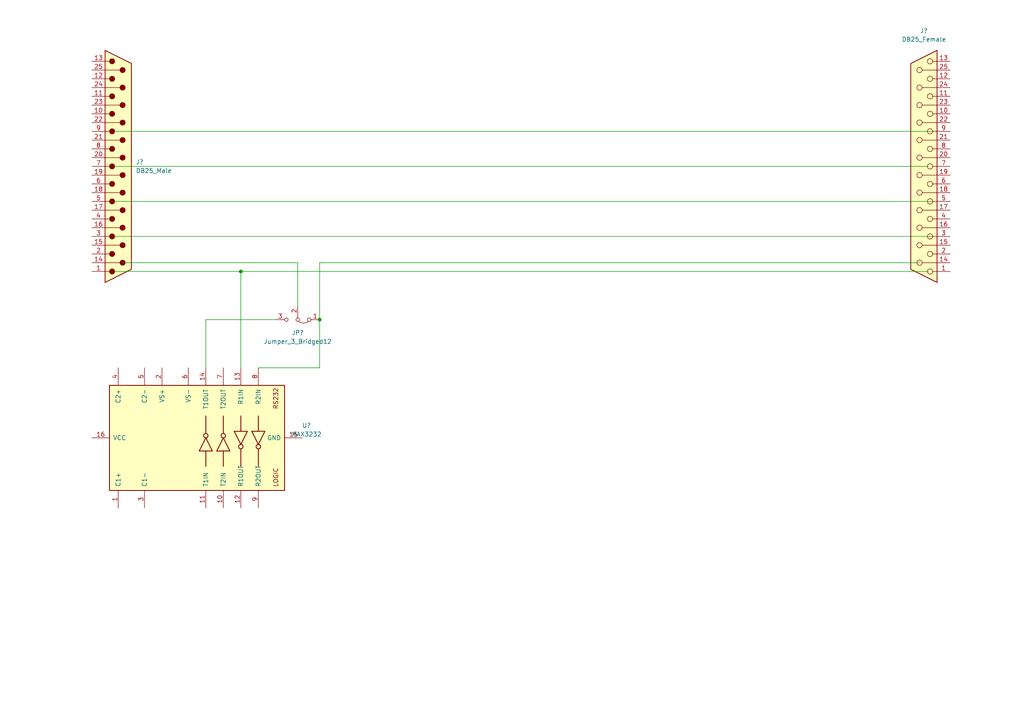
<source format=kicad_sch>
(kicad_sch (version 20211123) (generator eeschema)

  (uuid 1b102a3f-2712-4c38-8381-2cdc1c42bb71)

  (paper "A4")

  (lib_symbols
    (symbol "Connector:DB25_Female" (pin_names (offset 1.016) hide) (in_bom yes) (on_board yes)
      (property "Reference" "J" (id 0) (at 0 34.29 0)
        (effects (font (size 1.27 1.27)))
      )
      (property "Value" "DB25_Female" (id 1) (at 0 -34.925 0)
        (effects (font (size 1.27 1.27)))
      )
      (property "Footprint" "" (id 2) (at 0 0 0)
        (effects (font (size 1.27 1.27)) hide)
      )
      (property "Datasheet" " ~" (id 3) (at 0 0 0)
        (effects (font (size 1.27 1.27)) hide)
      )
      (property "ki_keywords" "female D-SUB connector" (id 4) (at 0 0 0)
        (effects (font (size 1.27 1.27)) hide)
      )
      (property "ki_description" "25-pin female D-SUB connector" (id 5) (at 0 0 0)
        (effects (font (size 1.27 1.27)) hide)
      )
      (property "ki_fp_filters" "DSUB*Female*" (id 6) (at 0 0 0)
        (effects (font (size 1.27 1.27)) hide)
      )
      (symbol "DB25_Female_0_1"
        (circle (center -1.778 -30.48) (radius 0.762)
          (stroke (width 0) (type default) (color 0 0 0 0))
          (fill (type none))
        )
        (circle (center -1.778 -25.4) (radius 0.762)
          (stroke (width 0) (type default) (color 0 0 0 0))
          (fill (type none))
        )
        (circle (center -1.778 -20.32) (radius 0.762)
          (stroke (width 0) (type default) (color 0 0 0 0))
          (fill (type none))
        )
        (circle (center -1.778 -15.24) (radius 0.762)
          (stroke (width 0) (type default) (color 0 0 0 0))
          (fill (type none))
        )
        (circle (center -1.778 -10.16) (radius 0.762)
          (stroke (width 0) (type default) (color 0 0 0 0))
          (fill (type none))
        )
        (circle (center -1.778 -5.08) (radius 0.762)
          (stroke (width 0) (type default) (color 0 0 0 0))
          (fill (type none))
        )
        (circle (center -1.778 0) (radius 0.762)
          (stroke (width 0) (type default) (color 0 0 0 0))
          (fill (type none))
        )
        (circle (center -1.778 5.08) (radius 0.762)
          (stroke (width 0) (type default) (color 0 0 0 0))
          (fill (type none))
        )
        (circle (center -1.778 10.16) (radius 0.762)
          (stroke (width 0) (type default) (color 0 0 0 0))
          (fill (type none))
        )
        (circle (center -1.778 15.24) (radius 0.762)
          (stroke (width 0) (type default) (color 0 0 0 0))
          (fill (type none))
        )
        (circle (center -1.778 20.32) (radius 0.762)
          (stroke (width 0) (type default) (color 0 0 0 0))
          (fill (type none))
        )
        (circle (center -1.778 25.4) (radius 0.762)
          (stroke (width 0) (type default) (color 0 0 0 0))
          (fill (type none))
        )
        (circle (center -1.778 30.48) (radius 0.762)
          (stroke (width 0) (type default) (color 0 0 0 0))
          (fill (type none))
        )
        (polyline
          (pts
            (xy -3.81 -30.48)
            (xy -2.54 -30.48)
          )
          (stroke (width 0) (type default) (color 0 0 0 0))
          (fill (type none))
        )
        (polyline
          (pts
            (xy -3.81 -27.94)
            (xy 0.508 -27.94)
          )
          (stroke (width 0) (type default) (color 0 0 0 0))
          (fill (type none))
        )
        (polyline
          (pts
            (xy -3.81 -25.4)
            (xy -2.54 -25.4)
          )
          (stroke (width 0) (type default) (color 0 0 0 0))
          (fill (type none))
        )
        (polyline
          (pts
            (xy -3.81 -22.86)
            (xy 0.508 -22.86)
          )
          (stroke (width 0) (type default) (color 0 0 0 0))
          (fill (type none))
        )
        (polyline
          (pts
            (xy -3.81 -20.32)
            (xy -2.54 -20.32)
          )
          (stroke (width 0) (type default) (color 0 0 0 0))
          (fill (type none))
        )
        (polyline
          (pts
            (xy -3.81 -17.78)
            (xy 0.508 -17.78)
          )
          (stroke (width 0) (type default) (color 0 0 0 0))
          (fill (type none))
        )
        (polyline
          (pts
            (xy -3.81 -15.24)
            (xy -2.54 -15.24)
          )
          (stroke (width 0) (type default) (color 0 0 0 0))
          (fill (type none))
        )
        (polyline
          (pts
            (xy -3.81 -12.7)
            (xy 0.508 -12.7)
          )
          (stroke (width 0) (type default) (color 0 0 0 0))
          (fill (type none))
        )
        (polyline
          (pts
            (xy -3.81 -10.16)
            (xy -2.54 -10.16)
          )
          (stroke (width 0) (type default) (color 0 0 0 0))
          (fill (type none))
        )
        (polyline
          (pts
            (xy -3.81 -7.62)
            (xy 0.508 -7.62)
          )
          (stroke (width 0) (type default) (color 0 0 0 0))
          (fill (type none))
        )
        (polyline
          (pts
            (xy -3.81 -5.08)
            (xy -2.54 -5.08)
          )
          (stroke (width 0) (type default) (color 0 0 0 0))
          (fill (type none))
        )
        (polyline
          (pts
            (xy -3.81 -2.54)
            (xy 0.508 -2.54)
          )
          (stroke (width 0) (type default) (color 0 0 0 0))
          (fill (type none))
        )
        (polyline
          (pts
            (xy -3.81 0)
            (xy -2.54 0)
          )
          (stroke (width 0) (type default) (color 0 0 0 0))
          (fill (type none))
        )
        (polyline
          (pts
            (xy -3.81 2.54)
            (xy 0.508 2.54)
          )
          (stroke (width 0) (type default) (color 0 0 0 0))
          (fill (type none))
        )
        (polyline
          (pts
            (xy -3.81 5.08)
            (xy -2.54 5.08)
          )
          (stroke (width 0) (type default) (color 0 0 0 0))
          (fill (type none))
        )
        (polyline
          (pts
            (xy -3.81 7.62)
            (xy 0.508 7.62)
          )
          (stroke (width 0) (type default) (color 0 0 0 0))
          (fill (type none))
        )
        (polyline
          (pts
            (xy -3.81 10.16)
            (xy -2.54 10.16)
          )
          (stroke (width 0) (type default) (color 0 0 0 0))
          (fill (type none))
        )
        (polyline
          (pts
            (xy -3.81 12.7)
            (xy 0.508 12.7)
          )
          (stroke (width 0) (type default) (color 0 0 0 0))
          (fill (type none))
        )
        (polyline
          (pts
            (xy -3.81 15.24)
            (xy -2.54 15.24)
          )
          (stroke (width 0) (type default) (color 0 0 0 0))
          (fill (type none))
        )
        (polyline
          (pts
            (xy -3.81 17.78)
            (xy 0.508 17.78)
          )
          (stroke (width 0) (type default) (color 0 0 0 0))
          (fill (type none))
        )
        (polyline
          (pts
            (xy -3.81 20.32)
            (xy -2.54 20.32)
          )
          (stroke (width 0) (type default) (color 0 0 0 0))
          (fill (type none))
        )
        (polyline
          (pts
            (xy -3.81 22.86)
            (xy 0.508 22.86)
          )
          (stroke (width 0) (type default) (color 0 0 0 0))
          (fill (type none))
        )
        (polyline
          (pts
            (xy -3.81 25.4)
            (xy -2.54 25.4)
          )
          (stroke (width 0) (type default) (color 0 0 0 0))
          (fill (type none))
        )
        (polyline
          (pts
            (xy -3.81 27.94)
            (xy 0.508 27.94)
          )
          (stroke (width 0) (type default) (color 0 0 0 0))
          (fill (type none))
        )
        (polyline
          (pts
            (xy -3.81 30.48)
            (xy -2.54 30.48)
          )
          (stroke (width 0) (type default) (color 0 0 0 0))
          (fill (type none))
        )
        (polyline
          (pts
            (xy -3.81 33.655)
            (xy 3.81 29.845)
            (xy 3.81 -29.845)
            (xy -3.81 -33.655)
            (xy -3.81 33.655)
          )
          (stroke (width 0.254) (type default) (color 0 0 0 0))
          (fill (type background))
        )
        (circle (center 1.27 -27.94) (radius 0.762)
          (stroke (width 0) (type default) (color 0 0 0 0))
          (fill (type none))
        )
        (circle (center 1.27 -22.86) (radius 0.762)
          (stroke (width 0) (type default) (color 0 0 0 0))
          (fill (type none))
        )
        (circle (center 1.27 -17.78) (radius 0.762)
          (stroke (width 0) (type default) (color 0 0 0 0))
          (fill (type none))
        )
        (circle (center 1.27 -12.7) (radius 0.762)
          (stroke (width 0) (type default) (color 0 0 0 0))
          (fill (type none))
        )
        (circle (center 1.27 -7.62) (radius 0.762)
          (stroke (width 0) (type default) (color 0 0 0 0))
          (fill (type none))
        )
        (circle (center 1.27 -2.54) (radius 0.762)
          (stroke (width 0) (type default) (color 0 0 0 0))
          (fill (type none))
        )
        (circle (center 1.27 2.54) (radius 0.762)
          (stroke (width 0) (type default) (color 0 0 0 0))
          (fill (type none))
        )
        (circle (center 1.27 7.62) (radius 0.762)
          (stroke (width 0) (type default) (color 0 0 0 0))
          (fill (type none))
        )
        (circle (center 1.27 12.7) (radius 0.762)
          (stroke (width 0) (type default) (color 0 0 0 0))
          (fill (type none))
        )
        (circle (center 1.27 17.78) (radius 0.762)
          (stroke (width 0) (type default) (color 0 0 0 0))
          (fill (type none))
        )
        (circle (center 1.27 22.86) (radius 0.762)
          (stroke (width 0) (type default) (color 0 0 0 0))
          (fill (type none))
        )
        (circle (center 1.27 27.94) (radius 0.762)
          (stroke (width 0) (type default) (color 0 0 0 0))
          (fill (type none))
        )
      )
      (symbol "DB25_Female_1_1"
        (pin passive line (at -7.62 30.48 0) (length 3.81)
          (name "1" (effects (font (size 1.27 1.27))))
          (number "1" (effects (font (size 1.27 1.27))))
        )
        (pin passive line (at -7.62 -15.24 0) (length 3.81)
          (name "10" (effects (font (size 1.27 1.27))))
          (number "10" (effects (font (size 1.27 1.27))))
        )
        (pin passive line (at -7.62 -20.32 0) (length 3.81)
          (name "11" (effects (font (size 1.27 1.27))))
          (number "11" (effects (font (size 1.27 1.27))))
        )
        (pin passive line (at -7.62 -25.4 0) (length 3.81)
          (name "12" (effects (font (size 1.27 1.27))))
          (number "12" (effects (font (size 1.27 1.27))))
        )
        (pin passive line (at -7.62 -30.48 0) (length 3.81)
          (name "13" (effects (font (size 1.27 1.27))))
          (number "13" (effects (font (size 1.27 1.27))))
        )
        (pin passive line (at -7.62 27.94 0) (length 3.81)
          (name "P14" (effects (font (size 1.27 1.27))))
          (number "14" (effects (font (size 1.27 1.27))))
        )
        (pin passive line (at -7.62 22.86 0) (length 3.81)
          (name "P15" (effects (font (size 1.27 1.27))))
          (number "15" (effects (font (size 1.27 1.27))))
        )
        (pin passive line (at -7.62 17.78 0) (length 3.81)
          (name "P16" (effects (font (size 1.27 1.27))))
          (number "16" (effects (font (size 1.27 1.27))))
        )
        (pin passive line (at -7.62 12.7 0) (length 3.81)
          (name "P17" (effects (font (size 1.27 1.27))))
          (number "17" (effects (font (size 1.27 1.27))))
        )
        (pin passive line (at -7.62 7.62 0) (length 3.81)
          (name "P18" (effects (font (size 1.27 1.27))))
          (number "18" (effects (font (size 1.27 1.27))))
        )
        (pin passive line (at -7.62 2.54 0) (length 3.81)
          (name "P19" (effects (font (size 1.27 1.27))))
          (number "19" (effects (font (size 1.27 1.27))))
        )
        (pin passive line (at -7.62 25.4 0) (length 3.81)
          (name "2" (effects (font (size 1.27 1.27))))
          (number "2" (effects (font (size 1.27 1.27))))
        )
        (pin passive line (at -7.62 -2.54 0) (length 3.81)
          (name "P20" (effects (font (size 1.27 1.27))))
          (number "20" (effects (font (size 1.27 1.27))))
        )
        (pin passive line (at -7.62 -7.62 0) (length 3.81)
          (name "P21" (effects (font (size 1.27 1.27))))
          (number "21" (effects (font (size 1.27 1.27))))
        )
        (pin passive line (at -7.62 -12.7 0) (length 3.81)
          (name "P22" (effects (font (size 1.27 1.27))))
          (number "22" (effects (font (size 1.27 1.27))))
        )
        (pin passive line (at -7.62 -17.78 0) (length 3.81)
          (name "P23" (effects (font (size 1.27 1.27))))
          (number "23" (effects (font (size 1.27 1.27))))
        )
        (pin passive line (at -7.62 -22.86 0) (length 3.81)
          (name "P24" (effects (font (size 1.27 1.27))))
          (number "24" (effects (font (size 1.27 1.27))))
        )
        (pin passive line (at -7.62 -27.94 0) (length 3.81)
          (name "P25" (effects (font (size 1.27 1.27))))
          (number "25" (effects (font (size 1.27 1.27))))
        )
        (pin passive line (at -7.62 20.32 0) (length 3.81)
          (name "3" (effects (font (size 1.27 1.27))))
          (number "3" (effects (font (size 1.27 1.27))))
        )
        (pin passive line (at -7.62 15.24 0) (length 3.81)
          (name "4" (effects (font (size 1.27 1.27))))
          (number "4" (effects (font (size 1.27 1.27))))
        )
        (pin passive line (at -7.62 10.16 0) (length 3.81)
          (name "5" (effects (font (size 1.27 1.27))))
          (number "5" (effects (font (size 1.27 1.27))))
        )
        (pin passive line (at -7.62 5.08 0) (length 3.81)
          (name "6" (effects (font (size 1.27 1.27))))
          (number "6" (effects (font (size 1.27 1.27))))
        )
        (pin passive line (at -7.62 0 0) (length 3.81)
          (name "7" (effects (font (size 1.27 1.27))))
          (number "7" (effects (font (size 1.27 1.27))))
        )
        (pin passive line (at -7.62 -5.08 0) (length 3.81)
          (name "8" (effects (font (size 1.27 1.27))))
          (number "8" (effects (font (size 1.27 1.27))))
        )
        (pin passive line (at -7.62 -10.16 0) (length 3.81)
          (name "9" (effects (font (size 1.27 1.27))))
          (number "9" (effects (font (size 1.27 1.27))))
        )
      )
    )
    (symbol "Connector:DB25_Male" (pin_names (offset 1.016) hide) (in_bom yes) (on_board yes)
      (property "Reference" "J" (id 0) (at 0 34.29 0)
        (effects (font (size 1.27 1.27)))
      )
      (property "Value" "DB25_Male" (id 1) (at 0 -34.925 0)
        (effects (font (size 1.27 1.27)))
      )
      (property "Footprint" "" (id 2) (at 0 0 0)
        (effects (font (size 1.27 1.27)) hide)
      )
      (property "Datasheet" " ~" (id 3) (at 0 0 0)
        (effects (font (size 1.27 1.27)) hide)
      )
      (property "ki_keywords" "male D-SUB connector" (id 4) (at 0 0 0)
        (effects (font (size 1.27 1.27)) hide)
      )
      (property "ki_description" "25-pin male D-SUB connector" (id 5) (at 0 0 0)
        (effects (font (size 1.27 1.27)) hide)
      )
      (property "ki_fp_filters" "DSUB*Male*" (id 6) (at 0 0 0)
        (effects (font (size 1.27 1.27)) hide)
      )
      (symbol "DB25_Male_0_1"
        (circle (center -1.778 -30.48) (radius 0.762)
          (stroke (width 0) (type default) (color 0 0 0 0))
          (fill (type outline))
        )
        (circle (center -1.778 -25.4) (radius 0.762)
          (stroke (width 0) (type default) (color 0 0 0 0))
          (fill (type outline))
        )
        (circle (center -1.778 -20.32) (radius 0.762)
          (stroke (width 0) (type default) (color 0 0 0 0))
          (fill (type outline))
        )
        (circle (center -1.778 -15.24) (radius 0.762)
          (stroke (width 0) (type default) (color 0 0 0 0))
          (fill (type outline))
        )
        (circle (center -1.778 -10.16) (radius 0.762)
          (stroke (width 0) (type default) (color 0 0 0 0))
          (fill (type outline))
        )
        (circle (center -1.778 -5.08) (radius 0.762)
          (stroke (width 0) (type default) (color 0 0 0 0))
          (fill (type outline))
        )
        (circle (center -1.778 0) (radius 0.762)
          (stroke (width 0) (type default) (color 0 0 0 0))
          (fill (type outline))
        )
        (circle (center -1.778 5.08) (radius 0.762)
          (stroke (width 0) (type default) (color 0 0 0 0))
          (fill (type outline))
        )
        (circle (center -1.778 10.16) (radius 0.762)
          (stroke (width 0) (type default) (color 0 0 0 0))
          (fill (type outline))
        )
        (circle (center -1.778 15.24) (radius 0.762)
          (stroke (width 0) (type default) (color 0 0 0 0))
          (fill (type outline))
        )
        (circle (center -1.778 20.32) (radius 0.762)
          (stroke (width 0) (type default) (color 0 0 0 0))
          (fill (type outline))
        )
        (circle (center -1.778 25.4) (radius 0.762)
          (stroke (width 0) (type default) (color 0 0 0 0))
          (fill (type outline))
        )
        (circle (center -1.778 30.48) (radius 0.762)
          (stroke (width 0) (type default) (color 0 0 0 0))
          (fill (type outline))
        )
        (polyline
          (pts
            (xy -3.81 -30.48)
            (xy -2.54 -30.48)
          )
          (stroke (width 0) (type default) (color 0 0 0 0))
          (fill (type none))
        )
        (polyline
          (pts
            (xy -3.81 -27.94)
            (xy 0.508 -27.94)
          )
          (stroke (width 0) (type default) (color 0 0 0 0))
          (fill (type none))
        )
        (polyline
          (pts
            (xy -3.81 -25.4)
            (xy -2.54 -25.4)
          )
          (stroke (width 0) (type default) (color 0 0 0 0))
          (fill (type none))
        )
        (polyline
          (pts
            (xy -3.81 -22.86)
            (xy 0.508 -22.86)
          )
          (stroke (width 0) (type default) (color 0 0 0 0))
          (fill (type none))
        )
        (polyline
          (pts
            (xy -3.81 -20.32)
            (xy -2.54 -20.32)
          )
          (stroke (width 0) (type default) (color 0 0 0 0))
          (fill (type none))
        )
        (polyline
          (pts
            (xy -3.81 -17.78)
            (xy 0.508 -17.78)
          )
          (stroke (width 0) (type default) (color 0 0 0 0))
          (fill (type none))
        )
        (polyline
          (pts
            (xy -3.81 -15.24)
            (xy -2.54 -15.24)
          )
          (stroke (width 0) (type default) (color 0 0 0 0))
          (fill (type none))
        )
        (polyline
          (pts
            (xy -3.81 -12.7)
            (xy 0.508 -12.7)
          )
          (stroke (width 0) (type default) (color 0 0 0 0))
          (fill (type none))
        )
        (polyline
          (pts
            (xy -3.81 -10.16)
            (xy -2.54 -10.16)
          )
          (stroke (width 0) (type default) (color 0 0 0 0))
          (fill (type none))
        )
        (polyline
          (pts
            (xy -3.81 -7.62)
            (xy 0.508 -7.62)
          )
          (stroke (width 0) (type default) (color 0 0 0 0))
          (fill (type none))
        )
        (polyline
          (pts
            (xy -3.81 -5.08)
            (xy -2.54 -5.08)
          )
          (stroke (width 0) (type default) (color 0 0 0 0))
          (fill (type none))
        )
        (polyline
          (pts
            (xy -3.81 -2.54)
            (xy 0.508 -2.54)
          )
          (stroke (width 0) (type default) (color 0 0 0 0))
          (fill (type none))
        )
        (polyline
          (pts
            (xy -3.81 0)
            (xy -2.54 0)
          )
          (stroke (width 0) (type default) (color 0 0 0 0))
          (fill (type none))
        )
        (polyline
          (pts
            (xy -3.81 2.54)
            (xy 0.508 2.54)
          )
          (stroke (width 0) (type default) (color 0 0 0 0))
          (fill (type none))
        )
        (polyline
          (pts
            (xy -3.81 5.08)
            (xy -2.54 5.08)
          )
          (stroke (width 0) (type default) (color 0 0 0 0))
          (fill (type none))
        )
        (polyline
          (pts
            (xy -3.81 7.62)
            (xy 0.508 7.62)
          )
          (stroke (width 0) (type default) (color 0 0 0 0))
          (fill (type none))
        )
        (polyline
          (pts
            (xy -3.81 10.16)
            (xy -2.54 10.16)
          )
          (stroke (width 0) (type default) (color 0 0 0 0))
          (fill (type none))
        )
        (polyline
          (pts
            (xy -3.81 12.7)
            (xy 0.508 12.7)
          )
          (stroke (width 0) (type default) (color 0 0 0 0))
          (fill (type none))
        )
        (polyline
          (pts
            (xy -3.81 15.24)
            (xy -2.54 15.24)
          )
          (stroke (width 0) (type default) (color 0 0 0 0))
          (fill (type none))
        )
        (polyline
          (pts
            (xy -3.81 17.78)
            (xy 0.508 17.78)
          )
          (stroke (width 0) (type default) (color 0 0 0 0))
          (fill (type none))
        )
        (polyline
          (pts
            (xy -3.81 20.32)
            (xy -2.54 20.32)
          )
          (stroke (width 0) (type default) (color 0 0 0 0))
          (fill (type none))
        )
        (polyline
          (pts
            (xy -3.81 22.86)
            (xy 0.508 22.86)
          )
          (stroke (width 0) (type default) (color 0 0 0 0))
          (fill (type none))
        )
        (polyline
          (pts
            (xy -3.81 25.4)
            (xy -2.54 25.4)
          )
          (stroke (width 0) (type default) (color 0 0 0 0))
          (fill (type none))
        )
        (polyline
          (pts
            (xy -3.81 27.94)
            (xy 0.508 27.94)
          )
          (stroke (width 0) (type default) (color 0 0 0 0))
          (fill (type none))
        )
        (polyline
          (pts
            (xy -3.81 30.48)
            (xy -2.54 30.48)
          )
          (stroke (width 0) (type default) (color 0 0 0 0))
          (fill (type none))
        )
        (polyline
          (pts
            (xy -3.81 -33.655)
            (xy 3.81 -29.845)
            (xy 3.81 29.845)
            (xy -3.81 33.655)
            (xy -3.81 -33.655)
          )
          (stroke (width 0.254) (type default) (color 0 0 0 0))
          (fill (type background))
        )
        (circle (center 1.27 -27.94) (radius 0.762)
          (stroke (width 0) (type default) (color 0 0 0 0))
          (fill (type outline))
        )
        (circle (center 1.27 -22.86) (radius 0.762)
          (stroke (width 0) (type default) (color 0 0 0 0))
          (fill (type outline))
        )
        (circle (center 1.27 -17.78) (radius 0.762)
          (stroke (width 0) (type default) (color 0 0 0 0))
          (fill (type outline))
        )
        (circle (center 1.27 -12.7) (radius 0.762)
          (stroke (width 0) (type default) (color 0 0 0 0))
          (fill (type outline))
        )
        (circle (center 1.27 -7.62) (radius 0.762)
          (stroke (width 0) (type default) (color 0 0 0 0))
          (fill (type outline))
        )
        (circle (center 1.27 -2.54) (radius 0.762)
          (stroke (width 0) (type default) (color 0 0 0 0))
          (fill (type outline))
        )
        (circle (center 1.27 2.54) (radius 0.762)
          (stroke (width 0) (type default) (color 0 0 0 0))
          (fill (type outline))
        )
        (circle (center 1.27 7.62) (radius 0.762)
          (stroke (width 0) (type default) (color 0 0 0 0))
          (fill (type outline))
        )
        (circle (center 1.27 12.7) (radius 0.762)
          (stroke (width 0) (type default) (color 0 0 0 0))
          (fill (type outline))
        )
        (circle (center 1.27 17.78) (radius 0.762)
          (stroke (width 0) (type default) (color 0 0 0 0))
          (fill (type outline))
        )
        (circle (center 1.27 22.86) (radius 0.762)
          (stroke (width 0) (type default) (color 0 0 0 0))
          (fill (type outline))
        )
        (circle (center 1.27 27.94) (radius 0.762)
          (stroke (width 0) (type default) (color 0 0 0 0))
          (fill (type outline))
        )
      )
      (symbol "DB25_Male_1_1"
        (pin passive line (at -7.62 -30.48 0) (length 3.81)
          (name "1" (effects (font (size 1.27 1.27))))
          (number "1" (effects (font (size 1.27 1.27))))
        )
        (pin passive line (at -7.62 15.24 0) (length 3.81)
          (name "10" (effects (font (size 1.27 1.27))))
          (number "10" (effects (font (size 1.27 1.27))))
        )
        (pin passive line (at -7.62 20.32 0) (length 3.81)
          (name "11" (effects (font (size 1.27 1.27))))
          (number "11" (effects (font (size 1.27 1.27))))
        )
        (pin passive line (at -7.62 25.4 0) (length 3.81)
          (name "12" (effects (font (size 1.27 1.27))))
          (number "12" (effects (font (size 1.27 1.27))))
        )
        (pin passive line (at -7.62 30.48 0) (length 3.81)
          (name "13" (effects (font (size 1.27 1.27))))
          (number "13" (effects (font (size 1.27 1.27))))
        )
        (pin passive line (at -7.62 -27.94 0) (length 3.81)
          (name "P14" (effects (font (size 1.27 1.27))))
          (number "14" (effects (font (size 1.27 1.27))))
        )
        (pin passive line (at -7.62 -22.86 0) (length 3.81)
          (name "P15" (effects (font (size 1.27 1.27))))
          (number "15" (effects (font (size 1.27 1.27))))
        )
        (pin passive line (at -7.62 -17.78 0) (length 3.81)
          (name "P16" (effects (font (size 1.27 1.27))))
          (number "16" (effects (font (size 1.27 1.27))))
        )
        (pin passive line (at -7.62 -12.7 0) (length 3.81)
          (name "P17" (effects (font (size 1.27 1.27))))
          (number "17" (effects (font (size 1.27 1.27))))
        )
        (pin passive line (at -7.62 -7.62 0) (length 3.81)
          (name "P18" (effects (font (size 1.27 1.27))))
          (number "18" (effects (font (size 1.27 1.27))))
        )
        (pin passive line (at -7.62 -2.54 0) (length 3.81)
          (name "P19" (effects (font (size 1.27 1.27))))
          (number "19" (effects (font (size 1.27 1.27))))
        )
        (pin passive line (at -7.62 -25.4 0) (length 3.81)
          (name "2" (effects (font (size 1.27 1.27))))
          (number "2" (effects (font (size 1.27 1.27))))
        )
        (pin passive line (at -7.62 2.54 0) (length 3.81)
          (name "P20" (effects (font (size 1.27 1.27))))
          (number "20" (effects (font (size 1.27 1.27))))
        )
        (pin passive line (at -7.62 7.62 0) (length 3.81)
          (name "P21" (effects (font (size 1.27 1.27))))
          (number "21" (effects (font (size 1.27 1.27))))
        )
        (pin passive line (at -7.62 12.7 0) (length 3.81)
          (name "P22" (effects (font (size 1.27 1.27))))
          (number "22" (effects (font (size 1.27 1.27))))
        )
        (pin passive line (at -7.62 17.78 0) (length 3.81)
          (name "P23" (effects (font (size 1.27 1.27))))
          (number "23" (effects (font (size 1.27 1.27))))
        )
        (pin passive line (at -7.62 22.86 0) (length 3.81)
          (name "P24" (effects (font (size 1.27 1.27))))
          (number "24" (effects (font (size 1.27 1.27))))
        )
        (pin passive line (at -7.62 27.94 0) (length 3.81)
          (name "P25" (effects (font (size 1.27 1.27))))
          (number "25" (effects (font (size 1.27 1.27))))
        )
        (pin passive line (at -7.62 -20.32 0) (length 3.81)
          (name "3" (effects (font (size 1.27 1.27))))
          (number "3" (effects (font (size 1.27 1.27))))
        )
        (pin passive line (at -7.62 -15.24 0) (length 3.81)
          (name "4" (effects (font (size 1.27 1.27))))
          (number "4" (effects (font (size 1.27 1.27))))
        )
        (pin passive line (at -7.62 -10.16 0) (length 3.81)
          (name "5" (effects (font (size 1.27 1.27))))
          (number "5" (effects (font (size 1.27 1.27))))
        )
        (pin passive line (at -7.62 -5.08 0) (length 3.81)
          (name "6" (effects (font (size 1.27 1.27))))
          (number "6" (effects (font (size 1.27 1.27))))
        )
        (pin passive line (at -7.62 0 0) (length 3.81)
          (name "7" (effects (font (size 1.27 1.27))))
          (number "7" (effects (font (size 1.27 1.27))))
        )
        (pin passive line (at -7.62 5.08 0) (length 3.81)
          (name "8" (effects (font (size 1.27 1.27))))
          (number "8" (effects (font (size 1.27 1.27))))
        )
        (pin passive line (at -7.62 10.16 0) (length 3.81)
          (name "9" (effects (font (size 1.27 1.27))))
          (number "9" (effects (font (size 1.27 1.27))))
        )
      )
    )
    (symbol "Interface_UART:MAX3232" (pin_names (offset 1.016)) (in_bom yes) (on_board yes)
      (property "Reference" "U" (id 0) (at -2.54 28.575 0)
        (effects (font (size 1.27 1.27)) (justify right))
      )
      (property "Value" "MAX3232" (id 1) (at -2.54 26.67 0)
        (effects (font (size 1.27 1.27)) (justify right))
      )
      (property "Footprint" "" (id 2) (at 1.27 -26.67 0)
        (effects (font (size 1.27 1.27)) (justify left) hide)
      )
      (property "Datasheet" "https://datasheets.maximintegrated.com/en/ds/MAX3222-MAX3241.pdf" (id 3) (at 0 2.54 0)
        (effects (font (size 1.27 1.27)) hide)
      )
      (property "ki_keywords" "rs232 uart transceiver line-driver" (id 4) (at 0 0 0)
        (effects (font (size 1.27 1.27)) hide)
      )
      (property "ki_description" "3.0V to 5.5V, Low-Power, up to 1Mbps, True RS-232 Transceivers Using Four 0.1μF External Capacitors" (id 5) (at 0 0 0)
        (effects (font (size 1.27 1.27)) hide)
      )
      (property "ki_fp_filters" "SOIC*P1.27mm* DIP*W7.62mm* TSSOP*4.4x5mm*P0.65mm*" (id 6) (at 0 0 0)
        (effects (font (size 1.27 1.27)) hide)
      )
      (symbol "MAX3232_0_0"
        (text "LOGIC" (at -11.43 -22.86 0)
          (effects (font (size 1.27 1.27)))
        )
        (text "RS232" (at 11.43 -22.86 0)
          (effects (font (size 1.27 1.27)))
        )
      )
      (symbol "MAX3232_0_1"
        (rectangle (start -15.24 -25.4) (end 15.24 25.4)
          (stroke (width 0.254) (type default) (color 0 0 0 0))
          (fill (type background))
        )
        (circle (center -2.54 -17.78) (radius 0.635)
          (stroke (width 0.254) (type default) (color 0 0 0 0))
          (fill (type none))
        )
        (circle (center -2.54 -12.7) (radius 0.635)
          (stroke (width 0.254) (type default) (color 0 0 0 0))
          (fill (type none))
        )
        (polyline
          (pts
            (xy -3.81 -7.62)
            (xy -8.255 -7.62)
          )
          (stroke (width 0.254) (type default) (color 0 0 0 0))
          (fill (type none))
        )
        (polyline
          (pts
            (xy -3.81 -2.54)
            (xy -8.255 -2.54)
          )
          (stroke (width 0.254) (type default) (color 0 0 0 0))
          (fill (type none))
        )
        (polyline
          (pts
            (xy -3.175 -17.78)
            (xy -8.255 -17.78)
          )
          (stroke (width 0.254) (type default) (color 0 0 0 0))
          (fill (type none))
        )
        (polyline
          (pts
            (xy -3.175 -12.7)
            (xy -8.255 -12.7)
          )
          (stroke (width 0.254) (type default) (color 0 0 0 0))
          (fill (type none))
        )
        (polyline
          (pts
            (xy 1.27 -7.62)
            (xy 6.35 -7.62)
          )
          (stroke (width 0.254) (type default) (color 0 0 0 0))
          (fill (type none))
        )
        (polyline
          (pts
            (xy 1.27 -2.54)
            (xy 6.35 -2.54)
          )
          (stroke (width 0.254) (type default) (color 0 0 0 0))
          (fill (type none))
        )
        (polyline
          (pts
            (xy 1.905 -17.78)
            (xy 6.35 -17.78)
          )
          (stroke (width 0.254) (type default) (color 0 0 0 0))
          (fill (type none))
        )
        (polyline
          (pts
            (xy 1.905 -12.7)
            (xy 6.35 -12.7)
          )
          (stroke (width 0.254) (type default) (color 0 0 0 0))
          (fill (type none))
        )
        (polyline
          (pts
            (xy -3.81 -5.715)
            (xy -3.81 -9.525)
            (xy 0 -7.62)
            (xy -3.81 -5.715)
          )
          (stroke (width 0.254) (type default) (color 0 0 0 0))
          (fill (type none))
        )
        (polyline
          (pts
            (xy -3.81 -0.635)
            (xy -3.81 -4.445)
            (xy 0 -2.54)
            (xy -3.81 -0.635)
          )
          (stroke (width 0.254) (type default) (color 0 0 0 0))
          (fill (type none))
        )
        (polyline
          (pts
            (xy 1.905 -15.875)
            (xy 1.905 -19.685)
            (xy -1.905 -17.78)
            (xy 1.905 -15.875)
          )
          (stroke (width 0.254) (type default) (color 0 0 0 0))
          (fill (type none))
        )
        (polyline
          (pts
            (xy 1.905 -10.795)
            (xy 1.905 -14.605)
            (xy -1.905 -12.7)
            (xy 1.905 -10.795)
          )
          (stroke (width 0.254) (type default) (color 0 0 0 0))
          (fill (type none))
        )
        (circle (center 0.635 -7.62) (radius 0.635)
          (stroke (width 0.254) (type default) (color 0 0 0 0))
          (fill (type none))
        )
        (circle (center 0.635 -2.54) (radius 0.635)
          (stroke (width 0.254) (type default) (color 0 0 0 0))
          (fill (type none))
        )
      )
      (symbol "MAX3232_1_1"
        (pin passive line (at -20.32 22.86 0) (length 5.08)
          (name "C1+" (effects (font (size 1.27 1.27))))
          (number "1" (effects (font (size 1.27 1.27))))
        )
        (pin input line (at -20.32 -7.62 0) (length 5.08)
          (name "T2IN" (effects (font (size 1.27 1.27))))
          (number "10" (effects (font (size 1.27 1.27))))
        )
        (pin input line (at -20.32 -2.54 0) (length 5.08)
          (name "T1IN" (effects (font (size 1.27 1.27))))
          (number "11" (effects (font (size 1.27 1.27))))
        )
        (pin output line (at -20.32 -12.7 0) (length 5.08)
          (name "R1OUT" (effects (font (size 1.27 1.27))))
          (number "12" (effects (font (size 1.27 1.27))))
        )
        (pin input line (at 20.32 -12.7 180) (length 5.08)
          (name "R1IN" (effects (font (size 1.27 1.27))))
          (number "13" (effects (font (size 1.27 1.27))))
        )
        (pin output line (at 20.32 -2.54 180) (length 5.08)
          (name "T1OUT" (effects (font (size 1.27 1.27))))
          (number "14" (effects (font (size 1.27 1.27))))
        )
        (pin power_in line (at 0 -30.48 90) (length 5.08)
          (name "GND" (effects (font (size 1.27 1.27))))
          (number "15" (effects (font (size 1.27 1.27))))
        )
        (pin power_in line (at 0 30.48 270) (length 5.08)
          (name "VCC" (effects (font (size 1.27 1.27))))
          (number "16" (effects (font (size 1.27 1.27))))
        )
        (pin power_out line (at 20.32 10.16 180) (length 5.08)
          (name "VS+" (effects (font (size 1.27 1.27))))
          (number "2" (effects (font (size 1.27 1.27))))
        )
        (pin passive line (at -20.32 15.24 0) (length 5.08)
          (name "C1-" (effects (font (size 1.27 1.27))))
          (number "3" (effects (font (size 1.27 1.27))))
        )
        (pin passive line (at 20.32 22.86 180) (length 5.08)
          (name "C2+" (effects (font (size 1.27 1.27))))
          (number "4" (effects (font (size 1.27 1.27))))
        )
        (pin passive line (at 20.32 15.24 180) (length 5.08)
          (name "C2-" (effects (font (size 1.27 1.27))))
          (number "5" (effects (font (size 1.27 1.27))))
        )
        (pin power_out line (at 20.32 2.54 180) (length 5.08)
          (name "VS-" (effects (font (size 1.27 1.27))))
          (number "6" (effects (font (size 1.27 1.27))))
        )
        (pin output line (at 20.32 -7.62 180) (length 5.08)
          (name "T2OUT" (effects (font (size 1.27 1.27))))
          (number "7" (effects (font (size 1.27 1.27))))
        )
        (pin input line (at 20.32 -17.78 180) (length 5.08)
          (name "R2IN" (effects (font (size 1.27 1.27))))
          (number "8" (effects (font (size 1.27 1.27))))
        )
        (pin output line (at -20.32 -17.78 0) (length 5.08)
          (name "R2OUT" (effects (font (size 1.27 1.27))))
          (number "9" (effects (font (size 1.27 1.27))))
        )
      )
    )
    (symbol "Jumper:Jumper_3_Bridged12" (pin_names (offset 0) hide) (in_bom yes) (on_board yes)
      (property "Reference" "JP" (id 0) (at -2.54 -2.54 0)
        (effects (font (size 1.27 1.27)))
      )
      (property "Value" "Jumper_3_Bridged12" (id 1) (at 0 2.794 0)
        (effects (font (size 1.27 1.27)))
      )
      (property "Footprint" "" (id 2) (at 0 0 0)
        (effects (font (size 1.27 1.27)) hide)
      )
      (property "Datasheet" "~" (id 3) (at 0 0 0)
        (effects (font (size 1.27 1.27)) hide)
      )
      (property "ki_keywords" "Jumper SPDT" (id 4) (at 0 0 0)
        (effects (font (size 1.27 1.27)) hide)
      )
      (property "ki_description" "Jumper, 3-pole, pins 1+2 closed/bridged" (id 5) (at 0 0 0)
        (effects (font (size 1.27 1.27)) hide)
      )
      (property "ki_fp_filters" "Jumper* TestPoint*3Pads* TestPoint*Bridge*" (id 6) (at 0 0 0)
        (effects (font (size 1.27 1.27)) hide)
      )
      (symbol "Jumper_3_Bridged12_0_0"
        (circle (center -3.302 0) (radius 0.508)
          (stroke (width 0) (type default) (color 0 0 0 0))
          (fill (type none))
        )
        (circle (center 0 0) (radius 0.508)
          (stroke (width 0) (type default) (color 0 0 0 0))
          (fill (type none))
        )
        (circle (center 3.302 0) (radius 0.508)
          (stroke (width 0) (type default) (color 0 0 0 0))
          (fill (type none))
        )
      )
      (symbol "Jumper_3_Bridged12_0_1"
        (arc (start -0.254 0.508) (mid -1.651 0.9912) (end -3.048 0.508)
          (stroke (width 0) (type default) (color 0 0 0 0))
          (fill (type none))
        )
        (polyline
          (pts
            (xy 0 -1.27)
            (xy 0 -0.508)
          )
          (stroke (width 0) (type default) (color 0 0 0 0))
          (fill (type none))
        )
      )
      (symbol "Jumper_3_Bridged12_1_1"
        (pin passive line (at -6.35 0 0) (length 2.54)
          (name "A" (effects (font (size 1.27 1.27))))
          (number "1" (effects (font (size 1.27 1.27))))
        )
        (pin passive line (at 0 -3.81 90) (length 2.54)
          (name "C" (effects (font (size 1.27 1.27))))
          (number "2" (effects (font (size 1.27 1.27))))
        )
        (pin passive line (at 6.35 0 180) (length 2.54)
          (name "B" (effects (font (size 1.27 1.27))))
          (number "3" (effects (font (size 1.27 1.27))))
        )
      )
    )
  )

  (junction (at 92.71 92.71) (diameter 0) (color 0 0 0 0)
    (uuid 529259d1-e448-46d6-84d4-cddcf33a0a91)
  )
  (junction (at 69.85 78.74) (diameter 0) (color 0 0 0 0)
    (uuid 5b25ce8b-f4a2-4626-8b4a-e4c045d6bf7d)
  )

  (wire (pts (xy 59.69 92.71) (xy 80.01 92.71))
    (stroke (width 0) (type default) (color 0 0 0 0))
    (uuid 126019d6-87e6-4a8e-af41-dff69f490688)
  )
  (wire (pts (xy 69.85 78.74) (xy 269.24 78.74))
    (stroke (width 0) (type default) (color 0 0 0 0))
    (uuid 1a9fef9d-1b19-496a-907e-7d83d666d39f)
  )
  (wire (pts (xy 74.93 106.68) (xy 92.71 106.68))
    (stroke (width 0) (type default) (color 0 0 0 0))
    (uuid 1cdacad6-f655-46dd-af7e-60c34a58cc92)
  )
  (wire (pts (xy 35.56 76.2) (xy 86.36 76.2))
    (stroke (width 0) (type default) (color 0 0 0 0))
    (uuid 3646c7ca-2814-4700-814c-7acb02d730af)
  )
  (wire (pts (xy 92.71 76.2) (xy 266.7 76.2))
    (stroke (width 0) (type default) (color 0 0 0 0))
    (uuid 3657a6ef-772a-45b5-b72e-75eb0bb08c66)
  )
  (wire (pts (xy 33.02 58.42) (xy 270.51 58.42))
    (stroke (width 0) (type default) (color 0 0 0 0))
    (uuid 380e07fe-fb8e-469c-a63f-b54a72d40db6)
  )
  (wire (pts (xy 33.02 68.58) (xy 270.51 68.58))
    (stroke (width 0) (type default) (color 0 0 0 0))
    (uuid 39037d54-d8c4-47b1-9171-d129bde1aaf7)
  )
  (wire (pts (xy 69.85 78.74) (xy 69.85 106.68))
    (stroke (width 0) (type default) (color 0 0 0 0))
    (uuid 3e5baf52-a751-48d1-bc8c-78f3aebbb2aa)
  )
  (wire (pts (xy 92.71 106.68) (xy 92.71 92.71))
    (stroke (width 0) (type default) (color 0 0 0 0))
    (uuid 47986501-c493-44f5-9f60-e46aeba61f97)
  )
  (wire (pts (xy 33.02 38.1) (xy 270.51 38.1))
    (stroke (width 0) (type default) (color 0 0 0 0))
    (uuid 58cfb9be-ed2d-48cb-99d4-ba35a74c76e1)
  )
  (wire (pts (xy 92.71 92.71) (xy 92.71 76.2))
    (stroke (width 0) (type default) (color 0 0 0 0))
    (uuid 5fb5387c-a98a-4955-8d88-c15bedde4a7b)
  )
  (wire (pts (xy 33.02 48.26) (xy 269.24 48.26))
    (stroke (width 0) (type default) (color 0 0 0 0))
    (uuid 62e9be28-c6b5-4696-a945-02a643318b53)
  )
  (wire (pts (xy 33.02 78.74) (xy 69.85 78.74))
    (stroke (width 0) (type default) (color 0 0 0 0))
    (uuid 67b5bdf9-a675-400c-8d35-b59054f7cd09)
  )
  (wire (pts (xy 86.36 76.2) (xy 86.36 88.9))
    (stroke (width 0) (type default) (color 0 0 0 0))
    (uuid a2b8a59f-abb4-43e1-9678-fcc8af3817e9)
  )
  (wire (pts (xy 59.69 106.68) (xy 59.69 92.71))
    (stroke (width 0) (type default) (color 0 0 0 0))
    (uuid b23ef058-2cc1-47d6-b305-f990b066d1a8)
  )

  (symbol (lib_id "Connector:DB25_Female") (at 267.97 48.26 180) (unit 1)
    (in_bom yes) (on_board yes) (fields_autoplaced)
    (uuid 0067dc4d-2d01-4e19-b379-f53b261eda6b)
    (property "Reference" "J?" (id 0) (at 267.97 8.89 0))
    (property "Value" "DB25_Female" (id 1) (at 267.97 11.43 0))
    (property "Footprint" "" (id 2) (at 267.97 48.26 0)
      (effects (font (size 1.27 1.27)) hide)
    )
    (property "Datasheet" " ~" (id 3) (at 267.97 48.26 0)
      (effects (font (size 1.27 1.27)) hide)
    )
    (pin "1" (uuid 12c789e9-99e9-4734-8794-04afa235a4e5))
    (pin "10" (uuid d93cdf49-cffb-473c-8878-a233547c7ea1))
    (pin "11" (uuid d2032dff-a887-4395-b11d-0233912776a2))
    (pin "12" (uuid 7650d3d2-f4e1-402f-8f32-55121dfebea4))
    (pin "13" (uuid 97334ae2-512b-415a-befc-371590bbfb17))
    (pin "14" (uuid 1f6a92c3-24b8-4013-ba55-93f2d64fc938))
    (pin "15" (uuid 243cdfa0-e2c5-4fe3-a1fd-cf78a1506323))
    (pin "16" (uuid 6dddda2f-228a-46bc-bca6-25796310fc33))
    (pin "17" (uuid 6ffecf6c-5e7b-460e-ab8e-812dd65e49ab))
    (pin "18" (uuid e924cbe2-29ec-4eb0-9896-8ec0685acb53))
    (pin "19" (uuid 40250325-5d8b-454f-a59d-824790112573))
    (pin "2" (uuid b86df92b-86c9-4a79-8f8c-a45ce3f7b8d8))
    (pin "20" (uuid 10fdfecd-f8fc-4c51-8b7f-f41d6182f080))
    (pin "21" (uuid 7f86f94e-eb48-4116-b554-b90a262c8609))
    (pin "22" (uuid e6ad8f08-f569-4c1a-bec0-09852d191a3a))
    (pin "23" (uuid e80da7d7-3729-40ba-bc54-f6fe81761ee9))
    (pin "24" (uuid ef756424-788f-4348-863a-aed7bd3fcf6e))
    (pin "25" (uuid 952f6f77-bed7-45a8-8476-f19d628bb3f4))
    (pin "3" (uuid 12c98f21-212e-489b-8e5b-78d9656e7078))
    (pin "4" (uuid 9c5a03e2-7f28-4943-a7b5-170eab6a569e))
    (pin "5" (uuid 6522f748-5a39-4260-97d1-f6cb5f609289))
    (pin "6" (uuid e6c2f9f9-6528-4010-b5d1-a36ee650fd0f))
    (pin "7" (uuid 42dbc5f8-da07-451e-83b8-3802146508ac))
    (pin "8" (uuid a70f457b-f5aa-43ef-923d-616488a7791b))
    (pin "9" (uuid caf6f690-5577-458d-9173-4fa0ca85d63b))
  )

  (symbol (lib_id "Connector:DB25_Male") (at 34.29 48.26 0) (unit 1)
    (in_bom yes) (on_board yes) (fields_autoplaced)
    (uuid 20780ee7-a021-41e2-a47f-2b0accc5d6e5)
    (property "Reference" "J?" (id 0) (at 39.37 46.9899 0)
      (effects (font (size 1.27 1.27)) (justify left))
    )
    (property "Value" "DB25_Male" (id 1) (at 39.37 49.5299 0)
      (effects (font (size 1.27 1.27)) (justify left))
    )
    (property "Footprint" "" (id 2) (at 34.29 48.26 0)
      (effects (font (size 1.27 1.27)) hide)
    )
    (property "Datasheet" " ~" (id 3) (at 34.29 48.26 0)
      (effects (font (size 1.27 1.27)) hide)
    )
    (pin "1" (uuid 3b0de64a-4318-42c3-a636-20f0af57672c))
    (pin "10" (uuid 6738f22a-831a-477f-9f83-d51981956408))
    (pin "11" (uuid 3cfa6c85-4c52-4565-bc3f-3a421214781b))
    (pin "12" (uuid 43f32e44-d9c0-478a-ac3a-bc9d2c23bb87))
    (pin "13" (uuid d60bc471-32af-4450-a847-18e50147f764))
    (pin "14" (uuid 88fc54b4-3e71-4c6d-b6b4-9f8c8e8d61ab))
    (pin "15" (uuid a338dd62-4bef-44c5-bd22-afaac7950ef5))
    (pin "16" (uuid 30b31c87-4c7c-452c-a58a-b78b4e566f21))
    (pin "17" (uuid 21704735-ab1f-43b7-8201-ae652fc7399c))
    (pin "18" (uuid eb084c8f-694c-4edb-9489-3a6954dfe36c))
    (pin "19" (uuid 88c9fcb4-db39-404d-b710-0c254ac48bea))
    (pin "2" (uuid 6a21f6fa-43c6-4ee3-8060-4ad3f845ba06))
    (pin "20" (uuid fee4dde8-be4d-4a66-a48b-2cfaa42209a5))
    (pin "21" (uuid 05e23977-1d0d-440a-8077-bbca45f5bf0c))
    (pin "22" (uuid 98865903-469f-4549-804d-9b0dd45dcfb0))
    (pin "23" (uuid aac041d9-bcc7-4d82-8591-90e120d63181))
    (pin "24" (uuid efd22468-0b80-4837-ac9e-119c61314ad6))
    (pin "25" (uuid 6504d0af-72c7-42fb-9eac-da19c7528519))
    (pin "3" (uuid 54db8bd8-6770-45d6-9f9a-282f3378b248))
    (pin "4" (uuid 31087b01-34e6-4f9b-8487-bcaa7db70ff1))
    (pin "5" (uuid 4695e4da-814f-4eac-9f02-8889d1197b31))
    (pin "6" (uuid 737d8e46-f653-433a-bf7f-28afc11a4652))
    (pin "7" (uuid ff654270-c6e4-4001-82ed-dad1dabb1da1))
    (pin "8" (uuid f111fbfb-7466-41b5-aafb-9ae902be156b))
    (pin "9" (uuid 3207e942-51d4-4eae-abfa-c05bcb071fd8))
  )

  (symbol (lib_id "Interface_UART:MAX3232") (at 57.15 127 90) (unit 1)
    (in_bom yes) (on_board yes) (fields_autoplaced)
    (uuid 84b43bfe-8bea-46d6-971e-0118799c0faf)
    (property "Reference" "U?" (id 0) (at 88.9 123.4186 90))
    (property "Value" "MAX3232" (id 1) (at 88.9 125.9586 90))
    (property "Footprint" "" (id 2) (at 83.82 125.73 0)
      (effects (font (size 1.27 1.27)) (justify left) hide)
    )
    (property "Datasheet" "https://datasheets.maximintegrated.com/en/ds/MAX3222-MAX3241.pdf" (id 3) (at 54.61 127 0)
      (effects (font (size 1.27 1.27)) hide)
    )
    (pin "1" (uuid 966fe298-6a41-42ee-8ddf-5d270fd39211))
    (pin "10" (uuid c90e58fd-26ed-49bc-9515-9d104ecfafb3))
    (pin "11" (uuid ce3fd6ae-8795-4386-821d-82072d307c16))
    (pin "12" (uuid f26bc74f-df2c-4f6b-a018-de7827dedbe8))
    (pin "13" (uuid ee108cfd-8405-4da4-9171-2c95b7869580))
    (pin "14" (uuid cafc93cd-e82e-475d-8623-deaf21cd51a6))
    (pin "15" (uuid 3c304f56-996e-4f03-b3f7-e0661b541c7f))
    (pin "16" (uuid d6cd679f-740a-44f1-8150-df55c566fd7e))
    (pin "2" (uuid 7305618f-f50c-4b06-b6cf-1afcff659c11))
    (pin "3" (uuid bad22be0-d368-49bc-809c-a3c6b8fafbb1))
    (pin "4" (uuid 00c8eae7-637f-4674-8009-92d1c85048cf))
    (pin "5" (uuid 5d74ff68-6284-42eb-b182-bfb6b6dfd954))
    (pin "6" (uuid 5f37d6dd-8cf8-4a67-a414-0667e3787c43))
    (pin "7" (uuid 39d931a4-4818-4e5e-a96a-84ac404513f5))
    (pin "8" (uuid 57a45574-c064-4a0c-8725-8e97e181133d))
    (pin "9" (uuid 4f78647c-d8b7-4bbf-8013-5eaf08008f21))
  )

  (symbol (lib_id "Jumper:Jumper_3_Bridged12") (at 86.36 92.71 180) (unit 1)
    (in_bom yes) (on_board yes) (fields_autoplaced)
    (uuid f7a57d38-8500-45ef-aa25-fb553852bf9d)
    (property "Reference" "JP?" (id 0) (at 86.36 96.52 0))
    (property "Value" "Jumper_3_Bridged12" (id 1) (at 86.36 99.06 0))
    (property "Footprint" "" (id 2) (at 86.36 92.71 0)
      (effects (font (size 1.27 1.27)) hide)
    )
    (property "Datasheet" "~" (id 3) (at 86.36 92.71 0)
      (effects (font (size 1.27 1.27)) hide)
    )
    (pin "1" (uuid 6feceb0c-6e01-453e-a183-4100218e4b21))
    (pin "2" (uuid e3fe0ee7-588e-4435-be36-ca76e5b15737))
    (pin "3" (uuid 29f9f447-9299-41ca-a49c-a9851ec4bd24))
  )

  (sheet_instances
    (path "/" (page "1"))
  )

  (symbol_instances
    (path "/0067dc4d-2d01-4e19-b379-f53b261eda6b"
      (reference "J?") (unit 1) (value "DB25_Female") (footprint "")
    )
    (path "/20780ee7-a021-41e2-a47f-2b0accc5d6e5"
      (reference "J?") (unit 1) (value "DB25_Male") (footprint "")
    )
    (path "/f7a57d38-8500-45ef-aa25-fb553852bf9d"
      (reference "JP?") (unit 1) (value "Jumper_3_Bridged12") (footprint "")
    )
    (path "/84b43bfe-8bea-46d6-971e-0118799c0faf"
      (reference "U?") (unit 1) (value "MAX3232") (footprint "")
    )
  )
)

</source>
